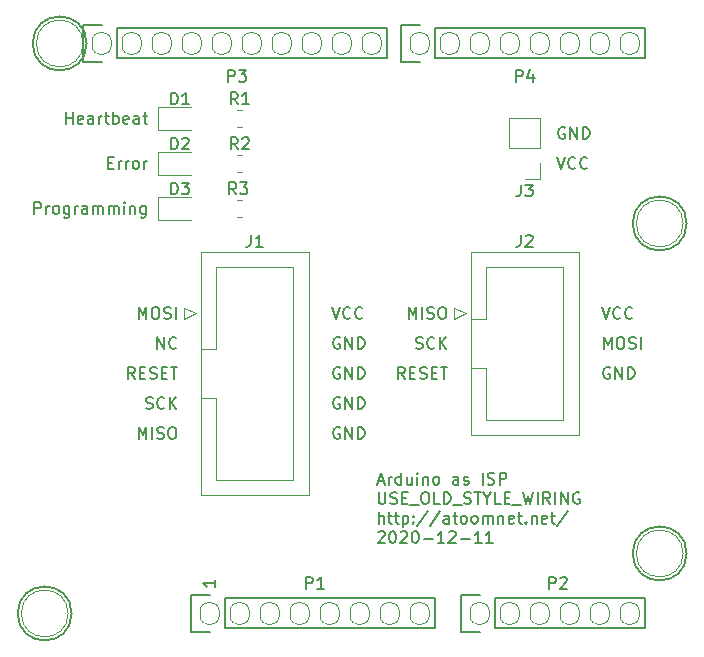
<source format=gbr>
G04 #@! TF.GenerationSoftware,KiCad,Pcbnew,(5.1.9)-1*
G04 #@! TF.CreationDate,2021-02-28T19:29:52+01:00*
G04 #@! TF.ProjectId,arduino as isp shield,61726475-696e-46f2-9061-732069737020,rev?*
G04 #@! TF.SameCoordinates,Original*
G04 #@! TF.FileFunction,Legend,Top*
G04 #@! TF.FilePolarity,Positive*
%FSLAX46Y46*%
G04 Gerber Fmt 4.6, Leading zero omitted, Abs format (unit mm)*
G04 Created by KiCad (PCBNEW (5.1.9)-1) date 2021-02-28 19:29:52*
%MOMM*%
%LPD*%
G01*
G04 APERTURE LIST*
%ADD10C,0.150000*%
%ADD11C,0.120000*%
%ADD12C,0.100000*%
G04 APERTURE END LIST*
D10*
X137860738Y-97877380D02*
X138194071Y-98877380D01*
X138527404Y-97877380D01*
X139432166Y-98782142D02*
X139384547Y-98829761D01*
X139241690Y-98877380D01*
X139146452Y-98877380D01*
X139003595Y-98829761D01*
X138908357Y-98734523D01*
X138860738Y-98639285D01*
X138813119Y-98448809D01*
X138813119Y-98305952D01*
X138860738Y-98115476D01*
X138908357Y-98020238D01*
X139003595Y-97925000D01*
X139146452Y-97877380D01*
X139241690Y-97877380D01*
X139384547Y-97925000D01*
X139432166Y-97972619D01*
X140432166Y-98782142D02*
X140384547Y-98829761D01*
X140241690Y-98877380D01*
X140146452Y-98877380D01*
X140003595Y-98829761D01*
X139908357Y-98734523D01*
X139860738Y-98639285D01*
X139813119Y-98448809D01*
X139813119Y-98305952D01*
X139860738Y-98115476D01*
X139908357Y-98020238D01*
X140003595Y-97925000D01*
X140146452Y-97877380D01*
X140241690Y-97877380D01*
X140384547Y-97925000D01*
X140432166Y-97972619D01*
X160720738Y-97877380D02*
X161054071Y-98877380D01*
X161387404Y-97877380D01*
X162292166Y-98782142D02*
X162244547Y-98829761D01*
X162101690Y-98877380D01*
X162006452Y-98877380D01*
X161863595Y-98829761D01*
X161768357Y-98734523D01*
X161720738Y-98639285D01*
X161673119Y-98448809D01*
X161673119Y-98305952D01*
X161720738Y-98115476D01*
X161768357Y-98020238D01*
X161863595Y-97925000D01*
X162006452Y-97877380D01*
X162101690Y-97877380D01*
X162244547Y-97925000D01*
X162292166Y-97972619D01*
X163292166Y-98782142D02*
X163244547Y-98829761D01*
X163101690Y-98877380D01*
X163006452Y-98877380D01*
X162863595Y-98829761D01*
X162768357Y-98734523D01*
X162720738Y-98639285D01*
X162673119Y-98448809D01*
X162673119Y-98305952D01*
X162720738Y-98115476D01*
X162768357Y-98020238D01*
X162863595Y-97925000D01*
X163006452Y-97877380D01*
X163101690Y-97877380D01*
X163244547Y-97925000D01*
X163292166Y-97972619D01*
X156910738Y-85177380D02*
X157244071Y-86177380D01*
X157577404Y-85177380D01*
X158482166Y-86082142D02*
X158434547Y-86129761D01*
X158291690Y-86177380D01*
X158196452Y-86177380D01*
X158053595Y-86129761D01*
X157958357Y-86034523D01*
X157910738Y-85939285D01*
X157863119Y-85748809D01*
X157863119Y-85605952D01*
X157910738Y-85415476D01*
X157958357Y-85320238D01*
X158053595Y-85225000D01*
X158196452Y-85177380D01*
X158291690Y-85177380D01*
X158434547Y-85225000D01*
X158482166Y-85272619D01*
X159482166Y-86082142D02*
X159434547Y-86129761D01*
X159291690Y-86177380D01*
X159196452Y-86177380D01*
X159053595Y-86129761D01*
X158958357Y-86034523D01*
X158910738Y-85939285D01*
X158863119Y-85748809D01*
X158863119Y-85605952D01*
X158910738Y-85415476D01*
X158958357Y-85320238D01*
X159053595Y-85225000D01*
X159196452Y-85177380D01*
X159291690Y-85177380D01*
X159434547Y-85225000D01*
X159482166Y-85272619D01*
X157577404Y-82685000D02*
X157482166Y-82637380D01*
X157339309Y-82637380D01*
X157196452Y-82685000D01*
X157101214Y-82780238D01*
X157053595Y-82875476D01*
X157005976Y-83065952D01*
X157005976Y-83208809D01*
X157053595Y-83399285D01*
X157101214Y-83494523D01*
X157196452Y-83589761D01*
X157339309Y-83637380D01*
X157434547Y-83637380D01*
X157577404Y-83589761D01*
X157625023Y-83542142D01*
X157625023Y-83208809D01*
X157434547Y-83208809D01*
X158053595Y-83637380D02*
X158053595Y-82637380D01*
X158625023Y-83637380D01*
X158625023Y-82637380D01*
X159101214Y-83637380D02*
X159101214Y-82637380D01*
X159339309Y-82637380D01*
X159482166Y-82685000D01*
X159577404Y-82780238D01*
X159625023Y-82875476D01*
X159672642Y-83065952D01*
X159672642Y-83208809D01*
X159625023Y-83399285D01*
X159577404Y-83494523D01*
X159482166Y-83589761D01*
X159339309Y-83637380D01*
X159101214Y-83637380D01*
X123060976Y-101417380D02*
X123060976Y-100417380D01*
X123632404Y-101417380D01*
X123632404Y-100417380D01*
X124680023Y-101322142D02*
X124632404Y-101369761D01*
X124489547Y-101417380D01*
X124394309Y-101417380D01*
X124251452Y-101369761D01*
X124156214Y-101274523D01*
X124108595Y-101179285D01*
X124060976Y-100988809D01*
X124060976Y-100845952D01*
X124108595Y-100655476D01*
X124156214Y-100560238D01*
X124251452Y-100465000D01*
X124394309Y-100417380D01*
X124489547Y-100417380D01*
X124632404Y-100465000D01*
X124680023Y-100512619D01*
X141765976Y-112626666D02*
X142242166Y-112626666D01*
X141670738Y-112912380D02*
X142004071Y-111912380D01*
X142337404Y-112912380D01*
X142670738Y-112912380D02*
X142670738Y-112245714D01*
X142670738Y-112436190D02*
X142718357Y-112340952D01*
X142765976Y-112293333D01*
X142861214Y-112245714D01*
X142956452Y-112245714D01*
X143718357Y-112912380D02*
X143718357Y-111912380D01*
X143718357Y-112864761D02*
X143623119Y-112912380D01*
X143432642Y-112912380D01*
X143337404Y-112864761D01*
X143289785Y-112817142D01*
X143242166Y-112721904D01*
X143242166Y-112436190D01*
X143289785Y-112340952D01*
X143337404Y-112293333D01*
X143432642Y-112245714D01*
X143623119Y-112245714D01*
X143718357Y-112293333D01*
X144623119Y-112245714D02*
X144623119Y-112912380D01*
X144194547Y-112245714D02*
X144194547Y-112769523D01*
X144242166Y-112864761D01*
X144337404Y-112912380D01*
X144480261Y-112912380D01*
X144575500Y-112864761D01*
X144623119Y-112817142D01*
X145099309Y-112912380D02*
X145099309Y-112245714D01*
X145099309Y-111912380D02*
X145051690Y-111960000D01*
X145099309Y-112007619D01*
X145146928Y-111960000D01*
X145099309Y-111912380D01*
X145099309Y-112007619D01*
X145575500Y-112245714D02*
X145575500Y-112912380D01*
X145575500Y-112340952D02*
X145623119Y-112293333D01*
X145718357Y-112245714D01*
X145861214Y-112245714D01*
X145956452Y-112293333D01*
X146004071Y-112388571D01*
X146004071Y-112912380D01*
X146623119Y-112912380D02*
X146527880Y-112864761D01*
X146480261Y-112817142D01*
X146432642Y-112721904D01*
X146432642Y-112436190D01*
X146480261Y-112340952D01*
X146527880Y-112293333D01*
X146623119Y-112245714D01*
X146765976Y-112245714D01*
X146861214Y-112293333D01*
X146908833Y-112340952D01*
X146956452Y-112436190D01*
X146956452Y-112721904D01*
X146908833Y-112817142D01*
X146861214Y-112864761D01*
X146765976Y-112912380D01*
X146623119Y-112912380D01*
X148575500Y-112912380D02*
X148575500Y-112388571D01*
X148527880Y-112293333D01*
X148432642Y-112245714D01*
X148242166Y-112245714D01*
X148146928Y-112293333D01*
X148575500Y-112864761D02*
X148480261Y-112912380D01*
X148242166Y-112912380D01*
X148146928Y-112864761D01*
X148099309Y-112769523D01*
X148099309Y-112674285D01*
X148146928Y-112579047D01*
X148242166Y-112531428D01*
X148480261Y-112531428D01*
X148575500Y-112483809D01*
X149004071Y-112864761D02*
X149099309Y-112912380D01*
X149289785Y-112912380D01*
X149385023Y-112864761D01*
X149432642Y-112769523D01*
X149432642Y-112721904D01*
X149385023Y-112626666D01*
X149289785Y-112579047D01*
X149146928Y-112579047D01*
X149051690Y-112531428D01*
X149004071Y-112436190D01*
X149004071Y-112388571D01*
X149051690Y-112293333D01*
X149146928Y-112245714D01*
X149289785Y-112245714D01*
X149385023Y-112293333D01*
X150623119Y-112912380D02*
X150623119Y-111912380D01*
X151051690Y-112864761D02*
X151194547Y-112912380D01*
X151432642Y-112912380D01*
X151527880Y-112864761D01*
X151575500Y-112817142D01*
X151623119Y-112721904D01*
X151623119Y-112626666D01*
X151575500Y-112531428D01*
X151527880Y-112483809D01*
X151432642Y-112436190D01*
X151242166Y-112388571D01*
X151146928Y-112340952D01*
X151099309Y-112293333D01*
X151051690Y-112198095D01*
X151051690Y-112102857D01*
X151099309Y-112007619D01*
X151146928Y-111960000D01*
X151242166Y-111912380D01*
X151480261Y-111912380D01*
X151623119Y-111960000D01*
X152051690Y-112912380D02*
X152051690Y-111912380D01*
X152432642Y-111912380D01*
X152527880Y-111960000D01*
X152575500Y-112007619D01*
X152623119Y-112102857D01*
X152623119Y-112245714D01*
X152575500Y-112340952D01*
X152527880Y-112388571D01*
X152432642Y-112436190D01*
X152051690Y-112436190D01*
X141813595Y-113562380D02*
X141813595Y-114371904D01*
X141861214Y-114467142D01*
X141908833Y-114514761D01*
X142004071Y-114562380D01*
X142194547Y-114562380D01*
X142289785Y-114514761D01*
X142337404Y-114467142D01*
X142385023Y-114371904D01*
X142385023Y-113562380D01*
X142813595Y-114514761D02*
X142956452Y-114562380D01*
X143194547Y-114562380D01*
X143289785Y-114514761D01*
X143337404Y-114467142D01*
X143385023Y-114371904D01*
X143385023Y-114276666D01*
X143337404Y-114181428D01*
X143289785Y-114133809D01*
X143194547Y-114086190D01*
X143004071Y-114038571D01*
X142908833Y-113990952D01*
X142861214Y-113943333D01*
X142813595Y-113848095D01*
X142813595Y-113752857D01*
X142861214Y-113657619D01*
X142908833Y-113610000D01*
X143004071Y-113562380D01*
X143242166Y-113562380D01*
X143385023Y-113610000D01*
X143813595Y-114038571D02*
X144146928Y-114038571D01*
X144289785Y-114562380D02*
X143813595Y-114562380D01*
X143813595Y-113562380D01*
X144289785Y-113562380D01*
X144480261Y-114657619D02*
X145242166Y-114657619D01*
X145670738Y-113562380D02*
X145861214Y-113562380D01*
X145956452Y-113610000D01*
X146051690Y-113705238D01*
X146099309Y-113895714D01*
X146099309Y-114229047D01*
X146051690Y-114419523D01*
X145956452Y-114514761D01*
X145861214Y-114562380D01*
X145670738Y-114562380D01*
X145575500Y-114514761D01*
X145480261Y-114419523D01*
X145432642Y-114229047D01*
X145432642Y-113895714D01*
X145480261Y-113705238D01*
X145575500Y-113610000D01*
X145670738Y-113562380D01*
X147004071Y-114562380D02*
X146527880Y-114562380D01*
X146527880Y-113562380D01*
X147337404Y-114562380D02*
X147337404Y-113562380D01*
X147575500Y-113562380D01*
X147718357Y-113610000D01*
X147813595Y-113705238D01*
X147861214Y-113800476D01*
X147908833Y-113990952D01*
X147908833Y-114133809D01*
X147861214Y-114324285D01*
X147813595Y-114419523D01*
X147718357Y-114514761D01*
X147575500Y-114562380D01*
X147337404Y-114562380D01*
X148099309Y-114657619D02*
X148861214Y-114657619D01*
X149051690Y-114514761D02*
X149194547Y-114562380D01*
X149432642Y-114562380D01*
X149527880Y-114514761D01*
X149575500Y-114467142D01*
X149623119Y-114371904D01*
X149623119Y-114276666D01*
X149575500Y-114181428D01*
X149527880Y-114133809D01*
X149432642Y-114086190D01*
X149242166Y-114038571D01*
X149146928Y-113990952D01*
X149099309Y-113943333D01*
X149051690Y-113848095D01*
X149051690Y-113752857D01*
X149099309Y-113657619D01*
X149146928Y-113610000D01*
X149242166Y-113562380D01*
X149480261Y-113562380D01*
X149623119Y-113610000D01*
X149908833Y-113562380D02*
X150480261Y-113562380D01*
X150194547Y-114562380D02*
X150194547Y-113562380D01*
X151004071Y-114086190D02*
X151004071Y-114562380D01*
X150670738Y-113562380D02*
X151004071Y-114086190D01*
X151337404Y-113562380D01*
X152146928Y-114562380D02*
X151670738Y-114562380D01*
X151670738Y-113562380D01*
X152480261Y-114038571D02*
X152813595Y-114038571D01*
X152956452Y-114562380D02*
X152480261Y-114562380D01*
X152480261Y-113562380D01*
X152956452Y-113562380D01*
X153146928Y-114657619D02*
X153908833Y-114657619D01*
X154051690Y-113562380D02*
X154289785Y-114562380D01*
X154480261Y-113848095D01*
X154670738Y-114562380D01*
X154908833Y-113562380D01*
X155289785Y-114562380D02*
X155289785Y-113562380D01*
X156337404Y-114562380D02*
X156004071Y-114086190D01*
X155765976Y-114562380D02*
X155765976Y-113562380D01*
X156146928Y-113562380D01*
X156242166Y-113610000D01*
X156289785Y-113657619D01*
X156337404Y-113752857D01*
X156337404Y-113895714D01*
X156289785Y-113990952D01*
X156242166Y-114038571D01*
X156146928Y-114086190D01*
X155765976Y-114086190D01*
X156765976Y-114562380D02*
X156765976Y-113562380D01*
X157242166Y-114562380D02*
X157242166Y-113562380D01*
X157813595Y-114562380D01*
X157813595Y-113562380D01*
X158813595Y-113610000D02*
X158718357Y-113562380D01*
X158575500Y-113562380D01*
X158432642Y-113610000D01*
X158337404Y-113705238D01*
X158289785Y-113800476D01*
X158242166Y-113990952D01*
X158242166Y-114133809D01*
X158289785Y-114324285D01*
X158337404Y-114419523D01*
X158432642Y-114514761D01*
X158575500Y-114562380D01*
X158670738Y-114562380D01*
X158813595Y-114514761D01*
X158861214Y-114467142D01*
X158861214Y-114133809D01*
X158670738Y-114133809D01*
X141813595Y-116212380D02*
X141813595Y-115212380D01*
X142242166Y-116212380D02*
X142242166Y-115688571D01*
X142194547Y-115593333D01*
X142099309Y-115545714D01*
X141956452Y-115545714D01*
X141861214Y-115593333D01*
X141813595Y-115640952D01*
X142575500Y-115545714D02*
X142956452Y-115545714D01*
X142718357Y-115212380D02*
X142718357Y-116069523D01*
X142765976Y-116164761D01*
X142861214Y-116212380D01*
X142956452Y-116212380D01*
X143146928Y-115545714D02*
X143527880Y-115545714D01*
X143289785Y-115212380D02*
X143289785Y-116069523D01*
X143337404Y-116164761D01*
X143432642Y-116212380D01*
X143527880Y-116212380D01*
X143861214Y-115545714D02*
X143861214Y-116545714D01*
X143861214Y-115593333D02*
X143956452Y-115545714D01*
X144146928Y-115545714D01*
X144242166Y-115593333D01*
X144289785Y-115640952D01*
X144337404Y-115736190D01*
X144337404Y-116021904D01*
X144289785Y-116117142D01*
X144242166Y-116164761D01*
X144146928Y-116212380D01*
X143956452Y-116212380D01*
X143861214Y-116164761D01*
X144765976Y-116117142D02*
X144813595Y-116164761D01*
X144765976Y-116212380D01*
X144718357Y-116164761D01*
X144765976Y-116117142D01*
X144765976Y-116212380D01*
X144765976Y-115593333D02*
X144813595Y-115640952D01*
X144765976Y-115688571D01*
X144718357Y-115640952D01*
X144765976Y-115593333D01*
X144765976Y-115688571D01*
X145956452Y-115164761D02*
X145099309Y-116450476D01*
X147004071Y-115164761D02*
X146146928Y-116450476D01*
X147765976Y-116212380D02*
X147765976Y-115688571D01*
X147718357Y-115593333D01*
X147623119Y-115545714D01*
X147432642Y-115545714D01*
X147337404Y-115593333D01*
X147765976Y-116164761D02*
X147670738Y-116212380D01*
X147432642Y-116212380D01*
X147337404Y-116164761D01*
X147289785Y-116069523D01*
X147289785Y-115974285D01*
X147337404Y-115879047D01*
X147432642Y-115831428D01*
X147670738Y-115831428D01*
X147765976Y-115783809D01*
X148099309Y-115545714D02*
X148480261Y-115545714D01*
X148242166Y-115212380D02*
X148242166Y-116069523D01*
X148289785Y-116164761D01*
X148385023Y-116212380D01*
X148480261Y-116212380D01*
X148956452Y-116212380D02*
X148861214Y-116164761D01*
X148813595Y-116117142D01*
X148765976Y-116021904D01*
X148765976Y-115736190D01*
X148813595Y-115640952D01*
X148861214Y-115593333D01*
X148956452Y-115545714D01*
X149099309Y-115545714D01*
X149194547Y-115593333D01*
X149242166Y-115640952D01*
X149289785Y-115736190D01*
X149289785Y-116021904D01*
X149242166Y-116117142D01*
X149194547Y-116164761D01*
X149099309Y-116212380D01*
X148956452Y-116212380D01*
X149861214Y-116212380D02*
X149765976Y-116164761D01*
X149718357Y-116117142D01*
X149670738Y-116021904D01*
X149670738Y-115736190D01*
X149718357Y-115640952D01*
X149765976Y-115593333D01*
X149861214Y-115545714D01*
X150004071Y-115545714D01*
X150099309Y-115593333D01*
X150146928Y-115640952D01*
X150194547Y-115736190D01*
X150194547Y-116021904D01*
X150146928Y-116117142D01*
X150099309Y-116164761D01*
X150004071Y-116212380D01*
X149861214Y-116212380D01*
X150623119Y-116212380D02*
X150623119Y-115545714D01*
X150623119Y-115640952D02*
X150670738Y-115593333D01*
X150765976Y-115545714D01*
X150908833Y-115545714D01*
X151004071Y-115593333D01*
X151051690Y-115688571D01*
X151051690Y-116212380D01*
X151051690Y-115688571D02*
X151099309Y-115593333D01*
X151194547Y-115545714D01*
X151337404Y-115545714D01*
X151432642Y-115593333D01*
X151480261Y-115688571D01*
X151480261Y-116212380D01*
X151956452Y-115545714D02*
X151956452Y-116212380D01*
X151956452Y-115640952D02*
X152004071Y-115593333D01*
X152099309Y-115545714D01*
X152242166Y-115545714D01*
X152337404Y-115593333D01*
X152385023Y-115688571D01*
X152385023Y-116212380D01*
X153242166Y-116164761D02*
X153146928Y-116212380D01*
X152956452Y-116212380D01*
X152861214Y-116164761D01*
X152813595Y-116069523D01*
X152813595Y-115688571D01*
X152861214Y-115593333D01*
X152956452Y-115545714D01*
X153146928Y-115545714D01*
X153242166Y-115593333D01*
X153289785Y-115688571D01*
X153289785Y-115783809D01*
X152813595Y-115879047D01*
X153575500Y-115545714D02*
X153956452Y-115545714D01*
X153718357Y-115212380D02*
X153718357Y-116069523D01*
X153765976Y-116164761D01*
X153861214Y-116212380D01*
X153956452Y-116212380D01*
X154289785Y-116117142D02*
X154337404Y-116164761D01*
X154289785Y-116212380D01*
X154242166Y-116164761D01*
X154289785Y-116117142D01*
X154289785Y-116212380D01*
X154765976Y-115545714D02*
X154765976Y-116212380D01*
X154765976Y-115640952D02*
X154813595Y-115593333D01*
X154908833Y-115545714D01*
X155051690Y-115545714D01*
X155146928Y-115593333D01*
X155194547Y-115688571D01*
X155194547Y-116212380D01*
X156051690Y-116164761D02*
X155956452Y-116212380D01*
X155765976Y-116212380D01*
X155670738Y-116164761D01*
X155623119Y-116069523D01*
X155623119Y-115688571D01*
X155670738Y-115593333D01*
X155765976Y-115545714D01*
X155956452Y-115545714D01*
X156051690Y-115593333D01*
X156099309Y-115688571D01*
X156099309Y-115783809D01*
X155623119Y-115879047D01*
X156385023Y-115545714D02*
X156765976Y-115545714D01*
X156527880Y-115212380D02*
X156527880Y-116069523D01*
X156575500Y-116164761D01*
X156670738Y-116212380D01*
X156765976Y-116212380D01*
X157813595Y-115164761D02*
X156956452Y-116450476D01*
X141765976Y-116957619D02*
X141813595Y-116910000D01*
X141908833Y-116862380D01*
X142146928Y-116862380D01*
X142242166Y-116910000D01*
X142289785Y-116957619D01*
X142337404Y-117052857D01*
X142337404Y-117148095D01*
X142289785Y-117290952D01*
X141718357Y-117862380D01*
X142337404Y-117862380D01*
X142956452Y-116862380D02*
X143051690Y-116862380D01*
X143146928Y-116910000D01*
X143194547Y-116957619D01*
X143242166Y-117052857D01*
X143289785Y-117243333D01*
X143289785Y-117481428D01*
X143242166Y-117671904D01*
X143194547Y-117767142D01*
X143146928Y-117814761D01*
X143051690Y-117862380D01*
X142956452Y-117862380D01*
X142861214Y-117814761D01*
X142813595Y-117767142D01*
X142765976Y-117671904D01*
X142718357Y-117481428D01*
X142718357Y-117243333D01*
X142765976Y-117052857D01*
X142813595Y-116957619D01*
X142861214Y-116910000D01*
X142956452Y-116862380D01*
X143670738Y-116957619D02*
X143718357Y-116910000D01*
X143813595Y-116862380D01*
X144051690Y-116862380D01*
X144146928Y-116910000D01*
X144194547Y-116957619D01*
X144242166Y-117052857D01*
X144242166Y-117148095D01*
X144194547Y-117290952D01*
X143623119Y-117862380D01*
X144242166Y-117862380D01*
X144861214Y-116862380D02*
X144956452Y-116862380D01*
X145051690Y-116910000D01*
X145099309Y-116957619D01*
X145146928Y-117052857D01*
X145194547Y-117243333D01*
X145194547Y-117481428D01*
X145146928Y-117671904D01*
X145099309Y-117767142D01*
X145051690Y-117814761D01*
X144956452Y-117862380D01*
X144861214Y-117862380D01*
X144765976Y-117814761D01*
X144718357Y-117767142D01*
X144670738Y-117671904D01*
X144623119Y-117481428D01*
X144623119Y-117243333D01*
X144670738Y-117052857D01*
X144718357Y-116957619D01*
X144765976Y-116910000D01*
X144861214Y-116862380D01*
X145623119Y-117481428D02*
X146385023Y-117481428D01*
X147385023Y-117862380D02*
X146813595Y-117862380D01*
X147099309Y-117862380D02*
X147099309Y-116862380D01*
X147004071Y-117005238D01*
X146908833Y-117100476D01*
X146813595Y-117148095D01*
X147765976Y-116957619D02*
X147813595Y-116910000D01*
X147908833Y-116862380D01*
X148146928Y-116862380D01*
X148242166Y-116910000D01*
X148289785Y-116957619D01*
X148337404Y-117052857D01*
X148337404Y-117148095D01*
X148289785Y-117290952D01*
X147718357Y-117862380D01*
X148337404Y-117862380D01*
X148765976Y-117481428D02*
X149527880Y-117481428D01*
X150527880Y-117862380D02*
X149956452Y-117862380D01*
X150242166Y-117862380D02*
X150242166Y-116862380D01*
X150146928Y-117005238D01*
X150051690Y-117100476D01*
X149956452Y-117148095D01*
X151480261Y-117862380D02*
X150908833Y-117862380D01*
X151194547Y-117862380D02*
X151194547Y-116862380D01*
X151099309Y-117005238D01*
X151004071Y-117100476D01*
X150908833Y-117148095D01*
X144349547Y-98877380D02*
X144349547Y-97877380D01*
X144682880Y-98591666D01*
X145016214Y-97877380D01*
X145016214Y-98877380D01*
X145492404Y-98877380D02*
X145492404Y-97877380D01*
X145920976Y-98829761D02*
X146063833Y-98877380D01*
X146301928Y-98877380D01*
X146397166Y-98829761D01*
X146444785Y-98782142D01*
X146492404Y-98686904D01*
X146492404Y-98591666D01*
X146444785Y-98496428D01*
X146397166Y-98448809D01*
X146301928Y-98401190D01*
X146111452Y-98353571D01*
X146016214Y-98305952D01*
X145968595Y-98258333D01*
X145920976Y-98163095D01*
X145920976Y-98067857D01*
X145968595Y-97972619D01*
X146016214Y-97925000D01*
X146111452Y-97877380D01*
X146349547Y-97877380D01*
X146492404Y-97925000D01*
X147111452Y-97877380D02*
X147301928Y-97877380D01*
X147397166Y-97925000D01*
X147492404Y-98020238D01*
X147540023Y-98210714D01*
X147540023Y-98544047D01*
X147492404Y-98734523D01*
X147397166Y-98829761D01*
X147301928Y-98877380D01*
X147111452Y-98877380D01*
X147016214Y-98829761D01*
X146920976Y-98734523D01*
X146873357Y-98544047D01*
X146873357Y-98210714D01*
X146920976Y-98020238D01*
X147016214Y-97925000D01*
X147111452Y-97877380D01*
X144016214Y-103957380D02*
X143682880Y-103481190D01*
X143444785Y-103957380D02*
X143444785Y-102957380D01*
X143825738Y-102957380D01*
X143920976Y-103005000D01*
X143968595Y-103052619D01*
X144016214Y-103147857D01*
X144016214Y-103290714D01*
X143968595Y-103385952D01*
X143920976Y-103433571D01*
X143825738Y-103481190D01*
X143444785Y-103481190D01*
X144444785Y-103433571D02*
X144778119Y-103433571D01*
X144920976Y-103957380D02*
X144444785Y-103957380D01*
X144444785Y-102957380D01*
X144920976Y-102957380D01*
X145301928Y-103909761D02*
X145444785Y-103957380D01*
X145682880Y-103957380D01*
X145778119Y-103909761D01*
X145825738Y-103862142D01*
X145873357Y-103766904D01*
X145873357Y-103671666D01*
X145825738Y-103576428D01*
X145778119Y-103528809D01*
X145682880Y-103481190D01*
X145492404Y-103433571D01*
X145397166Y-103385952D01*
X145349547Y-103338333D01*
X145301928Y-103243095D01*
X145301928Y-103147857D01*
X145349547Y-103052619D01*
X145397166Y-103005000D01*
X145492404Y-102957380D01*
X145730500Y-102957380D01*
X145873357Y-103005000D01*
X146301928Y-103433571D02*
X146635261Y-103433571D01*
X146778119Y-103957380D02*
X146301928Y-103957380D01*
X146301928Y-102957380D01*
X146778119Y-102957380D01*
X147063833Y-102957380D02*
X147635261Y-102957380D01*
X147349547Y-103957380D02*
X147349547Y-102957380D01*
X144968595Y-101369761D02*
X145111452Y-101417380D01*
X145349547Y-101417380D01*
X145444785Y-101369761D01*
X145492404Y-101322142D01*
X145540023Y-101226904D01*
X145540023Y-101131666D01*
X145492404Y-101036428D01*
X145444785Y-100988809D01*
X145349547Y-100941190D01*
X145159071Y-100893571D01*
X145063833Y-100845952D01*
X145016214Y-100798333D01*
X144968595Y-100703095D01*
X144968595Y-100607857D01*
X145016214Y-100512619D01*
X145063833Y-100465000D01*
X145159071Y-100417380D01*
X145397166Y-100417380D01*
X145540023Y-100465000D01*
X146540023Y-101322142D02*
X146492404Y-101369761D01*
X146349547Y-101417380D01*
X146254309Y-101417380D01*
X146111452Y-101369761D01*
X146016214Y-101274523D01*
X145968595Y-101179285D01*
X145920976Y-100988809D01*
X145920976Y-100845952D01*
X145968595Y-100655476D01*
X146016214Y-100560238D01*
X146111452Y-100465000D01*
X146254309Y-100417380D01*
X146349547Y-100417380D01*
X146492404Y-100465000D01*
X146540023Y-100512619D01*
X146968595Y-101417380D02*
X146968595Y-100417380D01*
X147540023Y-101417380D02*
X147111452Y-100845952D01*
X147540023Y-100417380D02*
X146968595Y-100988809D01*
X138527404Y-100465000D02*
X138432166Y-100417380D01*
X138289309Y-100417380D01*
X138146452Y-100465000D01*
X138051214Y-100560238D01*
X138003595Y-100655476D01*
X137955976Y-100845952D01*
X137955976Y-100988809D01*
X138003595Y-101179285D01*
X138051214Y-101274523D01*
X138146452Y-101369761D01*
X138289309Y-101417380D01*
X138384547Y-101417380D01*
X138527404Y-101369761D01*
X138575023Y-101322142D01*
X138575023Y-100988809D01*
X138384547Y-100988809D01*
X139003595Y-101417380D02*
X139003595Y-100417380D01*
X139575023Y-101417380D01*
X139575023Y-100417380D01*
X140051214Y-101417380D02*
X140051214Y-100417380D01*
X140289309Y-100417380D01*
X140432166Y-100465000D01*
X140527404Y-100560238D01*
X140575023Y-100655476D01*
X140622642Y-100845952D01*
X140622642Y-100988809D01*
X140575023Y-101179285D01*
X140527404Y-101274523D01*
X140432166Y-101369761D01*
X140289309Y-101417380D01*
X140051214Y-101417380D01*
X138527404Y-103005000D02*
X138432166Y-102957380D01*
X138289309Y-102957380D01*
X138146452Y-103005000D01*
X138051214Y-103100238D01*
X138003595Y-103195476D01*
X137955976Y-103385952D01*
X137955976Y-103528809D01*
X138003595Y-103719285D01*
X138051214Y-103814523D01*
X138146452Y-103909761D01*
X138289309Y-103957380D01*
X138384547Y-103957380D01*
X138527404Y-103909761D01*
X138575023Y-103862142D01*
X138575023Y-103528809D01*
X138384547Y-103528809D01*
X139003595Y-103957380D02*
X139003595Y-102957380D01*
X139575023Y-103957380D01*
X139575023Y-102957380D01*
X140051214Y-103957380D02*
X140051214Y-102957380D01*
X140289309Y-102957380D01*
X140432166Y-103005000D01*
X140527404Y-103100238D01*
X140575023Y-103195476D01*
X140622642Y-103385952D01*
X140622642Y-103528809D01*
X140575023Y-103719285D01*
X140527404Y-103814523D01*
X140432166Y-103909761D01*
X140289309Y-103957380D01*
X140051214Y-103957380D01*
X138527404Y-105545000D02*
X138432166Y-105497380D01*
X138289309Y-105497380D01*
X138146452Y-105545000D01*
X138051214Y-105640238D01*
X138003595Y-105735476D01*
X137955976Y-105925952D01*
X137955976Y-106068809D01*
X138003595Y-106259285D01*
X138051214Y-106354523D01*
X138146452Y-106449761D01*
X138289309Y-106497380D01*
X138384547Y-106497380D01*
X138527404Y-106449761D01*
X138575023Y-106402142D01*
X138575023Y-106068809D01*
X138384547Y-106068809D01*
X139003595Y-106497380D02*
X139003595Y-105497380D01*
X139575023Y-106497380D01*
X139575023Y-105497380D01*
X140051214Y-106497380D02*
X140051214Y-105497380D01*
X140289309Y-105497380D01*
X140432166Y-105545000D01*
X140527404Y-105640238D01*
X140575023Y-105735476D01*
X140622642Y-105925952D01*
X140622642Y-106068809D01*
X140575023Y-106259285D01*
X140527404Y-106354523D01*
X140432166Y-106449761D01*
X140289309Y-106497380D01*
X140051214Y-106497380D01*
X138527404Y-108085000D02*
X138432166Y-108037380D01*
X138289309Y-108037380D01*
X138146452Y-108085000D01*
X138051214Y-108180238D01*
X138003595Y-108275476D01*
X137955976Y-108465952D01*
X137955976Y-108608809D01*
X138003595Y-108799285D01*
X138051214Y-108894523D01*
X138146452Y-108989761D01*
X138289309Y-109037380D01*
X138384547Y-109037380D01*
X138527404Y-108989761D01*
X138575023Y-108942142D01*
X138575023Y-108608809D01*
X138384547Y-108608809D01*
X139003595Y-109037380D02*
X139003595Y-108037380D01*
X139575023Y-109037380D01*
X139575023Y-108037380D01*
X140051214Y-109037380D02*
X140051214Y-108037380D01*
X140289309Y-108037380D01*
X140432166Y-108085000D01*
X140527404Y-108180238D01*
X140575023Y-108275476D01*
X140622642Y-108465952D01*
X140622642Y-108608809D01*
X140575023Y-108799285D01*
X140527404Y-108894523D01*
X140432166Y-108989761D01*
X140289309Y-109037380D01*
X140051214Y-109037380D01*
X121489547Y-109037380D02*
X121489547Y-108037380D01*
X121822880Y-108751666D01*
X122156214Y-108037380D01*
X122156214Y-109037380D01*
X122632404Y-109037380D02*
X122632404Y-108037380D01*
X123060976Y-108989761D02*
X123203833Y-109037380D01*
X123441928Y-109037380D01*
X123537166Y-108989761D01*
X123584785Y-108942142D01*
X123632404Y-108846904D01*
X123632404Y-108751666D01*
X123584785Y-108656428D01*
X123537166Y-108608809D01*
X123441928Y-108561190D01*
X123251452Y-108513571D01*
X123156214Y-108465952D01*
X123108595Y-108418333D01*
X123060976Y-108323095D01*
X123060976Y-108227857D01*
X123108595Y-108132619D01*
X123156214Y-108085000D01*
X123251452Y-108037380D01*
X123489547Y-108037380D01*
X123632404Y-108085000D01*
X124251452Y-108037380D02*
X124441928Y-108037380D01*
X124537166Y-108085000D01*
X124632404Y-108180238D01*
X124680023Y-108370714D01*
X124680023Y-108704047D01*
X124632404Y-108894523D01*
X124537166Y-108989761D01*
X124441928Y-109037380D01*
X124251452Y-109037380D01*
X124156214Y-108989761D01*
X124060976Y-108894523D01*
X124013357Y-108704047D01*
X124013357Y-108370714D01*
X124060976Y-108180238D01*
X124156214Y-108085000D01*
X124251452Y-108037380D01*
X122108595Y-106449761D02*
X122251452Y-106497380D01*
X122489547Y-106497380D01*
X122584785Y-106449761D01*
X122632404Y-106402142D01*
X122680023Y-106306904D01*
X122680023Y-106211666D01*
X122632404Y-106116428D01*
X122584785Y-106068809D01*
X122489547Y-106021190D01*
X122299071Y-105973571D01*
X122203833Y-105925952D01*
X122156214Y-105878333D01*
X122108595Y-105783095D01*
X122108595Y-105687857D01*
X122156214Y-105592619D01*
X122203833Y-105545000D01*
X122299071Y-105497380D01*
X122537166Y-105497380D01*
X122680023Y-105545000D01*
X123680023Y-106402142D02*
X123632404Y-106449761D01*
X123489547Y-106497380D01*
X123394309Y-106497380D01*
X123251452Y-106449761D01*
X123156214Y-106354523D01*
X123108595Y-106259285D01*
X123060976Y-106068809D01*
X123060976Y-105925952D01*
X123108595Y-105735476D01*
X123156214Y-105640238D01*
X123251452Y-105545000D01*
X123394309Y-105497380D01*
X123489547Y-105497380D01*
X123632404Y-105545000D01*
X123680023Y-105592619D01*
X124108595Y-106497380D02*
X124108595Y-105497380D01*
X124680023Y-106497380D02*
X124251452Y-105925952D01*
X124680023Y-105497380D02*
X124108595Y-106068809D01*
X121156214Y-103957380D02*
X120822880Y-103481190D01*
X120584785Y-103957380D02*
X120584785Y-102957380D01*
X120965738Y-102957380D01*
X121060976Y-103005000D01*
X121108595Y-103052619D01*
X121156214Y-103147857D01*
X121156214Y-103290714D01*
X121108595Y-103385952D01*
X121060976Y-103433571D01*
X120965738Y-103481190D01*
X120584785Y-103481190D01*
X121584785Y-103433571D02*
X121918119Y-103433571D01*
X122060976Y-103957380D02*
X121584785Y-103957380D01*
X121584785Y-102957380D01*
X122060976Y-102957380D01*
X122441928Y-103909761D02*
X122584785Y-103957380D01*
X122822880Y-103957380D01*
X122918119Y-103909761D01*
X122965738Y-103862142D01*
X123013357Y-103766904D01*
X123013357Y-103671666D01*
X122965738Y-103576428D01*
X122918119Y-103528809D01*
X122822880Y-103481190D01*
X122632404Y-103433571D01*
X122537166Y-103385952D01*
X122489547Y-103338333D01*
X122441928Y-103243095D01*
X122441928Y-103147857D01*
X122489547Y-103052619D01*
X122537166Y-103005000D01*
X122632404Y-102957380D01*
X122870500Y-102957380D01*
X123013357Y-103005000D01*
X123441928Y-103433571D02*
X123775261Y-103433571D01*
X123918119Y-103957380D02*
X123441928Y-103957380D01*
X123441928Y-102957380D01*
X123918119Y-102957380D01*
X124203833Y-102957380D02*
X124775261Y-102957380D01*
X124489547Y-103957380D02*
X124489547Y-102957380D01*
X161387404Y-103005000D02*
X161292166Y-102957380D01*
X161149309Y-102957380D01*
X161006452Y-103005000D01*
X160911214Y-103100238D01*
X160863595Y-103195476D01*
X160815976Y-103385952D01*
X160815976Y-103528809D01*
X160863595Y-103719285D01*
X160911214Y-103814523D01*
X161006452Y-103909761D01*
X161149309Y-103957380D01*
X161244547Y-103957380D01*
X161387404Y-103909761D01*
X161435023Y-103862142D01*
X161435023Y-103528809D01*
X161244547Y-103528809D01*
X161863595Y-103957380D02*
X161863595Y-102957380D01*
X162435023Y-103957380D01*
X162435023Y-102957380D01*
X162911214Y-103957380D02*
X162911214Y-102957380D01*
X163149309Y-102957380D01*
X163292166Y-103005000D01*
X163387404Y-103100238D01*
X163435023Y-103195476D01*
X163482642Y-103385952D01*
X163482642Y-103528809D01*
X163435023Y-103719285D01*
X163387404Y-103814523D01*
X163292166Y-103909761D01*
X163149309Y-103957380D01*
X162911214Y-103957380D01*
X160863595Y-101417380D02*
X160863595Y-100417380D01*
X161196928Y-101131666D01*
X161530261Y-100417380D01*
X161530261Y-101417380D01*
X162196928Y-100417380D02*
X162387404Y-100417380D01*
X162482642Y-100465000D01*
X162577880Y-100560238D01*
X162625500Y-100750714D01*
X162625500Y-101084047D01*
X162577880Y-101274523D01*
X162482642Y-101369761D01*
X162387404Y-101417380D01*
X162196928Y-101417380D01*
X162101690Y-101369761D01*
X162006452Y-101274523D01*
X161958833Y-101084047D01*
X161958833Y-100750714D01*
X162006452Y-100560238D01*
X162101690Y-100465000D01*
X162196928Y-100417380D01*
X163006452Y-101369761D02*
X163149309Y-101417380D01*
X163387404Y-101417380D01*
X163482642Y-101369761D01*
X163530261Y-101322142D01*
X163577880Y-101226904D01*
X163577880Y-101131666D01*
X163530261Y-101036428D01*
X163482642Y-100988809D01*
X163387404Y-100941190D01*
X163196928Y-100893571D01*
X163101690Y-100845952D01*
X163054071Y-100798333D01*
X163006452Y-100703095D01*
X163006452Y-100607857D01*
X163054071Y-100512619D01*
X163101690Y-100465000D01*
X163196928Y-100417380D01*
X163435023Y-100417380D01*
X163577880Y-100465000D01*
X164006452Y-101417380D02*
X164006452Y-100417380D01*
X121489547Y-98877380D02*
X121489547Y-97877380D01*
X121822880Y-98591666D01*
X122156214Y-97877380D01*
X122156214Y-98877380D01*
X122822880Y-97877380D02*
X123013357Y-97877380D01*
X123108595Y-97925000D01*
X123203833Y-98020238D01*
X123251452Y-98210714D01*
X123251452Y-98544047D01*
X123203833Y-98734523D01*
X123108595Y-98829761D01*
X123013357Y-98877380D01*
X122822880Y-98877380D01*
X122727642Y-98829761D01*
X122632404Y-98734523D01*
X122584785Y-98544047D01*
X122584785Y-98210714D01*
X122632404Y-98020238D01*
X122727642Y-97925000D01*
X122822880Y-97877380D01*
X123632404Y-98829761D02*
X123775261Y-98877380D01*
X124013357Y-98877380D01*
X124108595Y-98829761D01*
X124156214Y-98782142D01*
X124203833Y-98686904D01*
X124203833Y-98591666D01*
X124156214Y-98496428D01*
X124108595Y-98448809D01*
X124013357Y-98401190D01*
X123822880Y-98353571D01*
X123727642Y-98305952D01*
X123680023Y-98258333D01*
X123632404Y-98163095D01*
X123632404Y-98067857D01*
X123680023Y-97972619D01*
X123727642Y-97925000D01*
X123822880Y-97877380D01*
X124060976Y-97877380D01*
X124203833Y-97925000D01*
X124632404Y-98877380D02*
X124632404Y-97877380D01*
X112663833Y-89987380D02*
X112663833Y-88987380D01*
X113044785Y-88987380D01*
X113140023Y-89035000D01*
X113187642Y-89082619D01*
X113235261Y-89177857D01*
X113235261Y-89320714D01*
X113187642Y-89415952D01*
X113140023Y-89463571D01*
X113044785Y-89511190D01*
X112663833Y-89511190D01*
X113663833Y-89987380D02*
X113663833Y-89320714D01*
X113663833Y-89511190D02*
X113711452Y-89415952D01*
X113759071Y-89368333D01*
X113854309Y-89320714D01*
X113949547Y-89320714D01*
X114425738Y-89987380D02*
X114330500Y-89939761D01*
X114282880Y-89892142D01*
X114235261Y-89796904D01*
X114235261Y-89511190D01*
X114282880Y-89415952D01*
X114330500Y-89368333D01*
X114425738Y-89320714D01*
X114568595Y-89320714D01*
X114663833Y-89368333D01*
X114711452Y-89415952D01*
X114759071Y-89511190D01*
X114759071Y-89796904D01*
X114711452Y-89892142D01*
X114663833Y-89939761D01*
X114568595Y-89987380D01*
X114425738Y-89987380D01*
X115616214Y-89320714D02*
X115616214Y-90130238D01*
X115568595Y-90225476D01*
X115520976Y-90273095D01*
X115425738Y-90320714D01*
X115282880Y-90320714D01*
X115187642Y-90273095D01*
X115616214Y-89939761D02*
X115520976Y-89987380D01*
X115330500Y-89987380D01*
X115235261Y-89939761D01*
X115187642Y-89892142D01*
X115140023Y-89796904D01*
X115140023Y-89511190D01*
X115187642Y-89415952D01*
X115235261Y-89368333D01*
X115330500Y-89320714D01*
X115520976Y-89320714D01*
X115616214Y-89368333D01*
X116092404Y-89987380D02*
X116092404Y-89320714D01*
X116092404Y-89511190D02*
X116140023Y-89415952D01*
X116187642Y-89368333D01*
X116282880Y-89320714D01*
X116378119Y-89320714D01*
X117140023Y-89987380D02*
X117140023Y-89463571D01*
X117092404Y-89368333D01*
X116997166Y-89320714D01*
X116806690Y-89320714D01*
X116711452Y-89368333D01*
X117140023Y-89939761D02*
X117044785Y-89987380D01*
X116806690Y-89987380D01*
X116711452Y-89939761D01*
X116663833Y-89844523D01*
X116663833Y-89749285D01*
X116711452Y-89654047D01*
X116806690Y-89606428D01*
X117044785Y-89606428D01*
X117140023Y-89558809D01*
X117616214Y-89987380D02*
X117616214Y-89320714D01*
X117616214Y-89415952D02*
X117663833Y-89368333D01*
X117759071Y-89320714D01*
X117901928Y-89320714D01*
X117997166Y-89368333D01*
X118044785Y-89463571D01*
X118044785Y-89987380D01*
X118044785Y-89463571D02*
X118092404Y-89368333D01*
X118187642Y-89320714D01*
X118330500Y-89320714D01*
X118425738Y-89368333D01*
X118473357Y-89463571D01*
X118473357Y-89987380D01*
X118949547Y-89987380D02*
X118949547Y-89320714D01*
X118949547Y-89415952D02*
X118997166Y-89368333D01*
X119092404Y-89320714D01*
X119235261Y-89320714D01*
X119330500Y-89368333D01*
X119378119Y-89463571D01*
X119378119Y-89987380D01*
X119378119Y-89463571D02*
X119425738Y-89368333D01*
X119520976Y-89320714D01*
X119663833Y-89320714D01*
X119759071Y-89368333D01*
X119806690Y-89463571D01*
X119806690Y-89987380D01*
X120282880Y-89987380D02*
X120282880Y-89320714D01*
X120282880Y-88987380D02*
X120235261Y-89035000D01*
X120282880Y-89082619D01*
X120330500Y-89035000D01*
X120282880Y-88987380D01*
X120282880Y-89082619D01*
X120759071Y-89320714D02*
X120759071Y-89987380D01*
X120759071Y-89415952D02*
X120806690Y-89368333D01*
X120901928Y-89320714D01*
X121044785Y-89320714D01*
X121140023Y-89368333D01*
X121187642Y-89463571D01*
X121187642Y-89987380D01*
X122092404Y-89320714D02*
X122092404Y-90130238D01*
X122044785Y-90225476D01*
X121997166Y-90273095D01*
X121901928Y-90320714D01*
X121759071Y-90320714D01*
X121663833Y-90273095D01*
X122092404Y-89939761D02*
X121997166Y-89987380D01*
X121806690Y-89987380D01*
X121711452Y-89939761D01*
X121663833Y-89892142D01*
X121616214Y-89796904D01*
X121616214Y-89511190D01*
X121663833Y-89415952D01*
X121711452Y-89368333D01*
X121806690Y-89320714D01*
X121997166Y-89320714D01*
X122092404Y-89368333D01*
X118901928Y-85653571D02*
X119235261Y-85653571D01*
X119378119Y-86177380D02*
X118901928Y-86177380D01*
X118901928Y-85177380D01*
X119378119Y-85177380D01*
X119806690Y-86177380D02*
X119806690Y-85510714D01*
X119806690Y-85701190D02*
X119854309Y-85605952D01*
X119901928Y-85558333D01*
X119997166Y-85510714D01*
X120092404Y-85510714D01*
X120425738Y-86177380D02*
X120425738Y-85510714D01*
X120425738Y-85701190D02*
X120473357Y-85605952D01*
X120520976Y-85558333D01*
X120616214Y-85510714D01*
X120711452Y-85510714D01*
X121187642Y-86177380D02*
X121092404Y-86129761D01*
X121044785Y-86082142D01*
X120997166Y-85986904D01*
X120997166Y-85701190D01*
X121044785Y-85605952D01*
X121092404Y-85558333D01*
X121187642Y-85510714D01*
X121330500Y-85510714D01*
X121425738Y-85558333D01*
X121473357Y-85605952D01*
X121520976Y-85701190D01*
X121520976Y-85986904D01*
X121473357Y-86082142D01*
X121425738Y-86129761D01*
X121330500Y-86177380D01*
X121187642Y-86177380D01*
X121949547Y-86177380D02*
X121949547Y-85510714D01*
X121949547Y-85701190D02*
X121997166Y-85605952D01*
X122044785Y-85558333D01*
X122140023Y-85510714D01*
X122235261Y-85510714D01*
X115330500Y-82367380D02*
X115330500Y-81367380D01*
X115330500Y-81843571D02*
X115901928Y-81843571D01*
X115901928Y-82367380D02*
X115901928Y-81367380D01*
X116759071Y-82319761D02*
X116663833Y-82367380D01*
X116473357Y-82367380D01*
X116378119Y-82319761D01*
X116330500Y-82224523D01*
X116330500Y-81843571D01*
X116378119Y-81748333D01*
X116473357Y-81700714D01*
X116663833Y-81700714D01*
X116759071Y-81748333D01*
X116806690Y-81843571D01*
X116806690Y-81938809D01*
X116330500Y-82034047D01*
X117663833Y-82367380D02*
X117663833Y-81843571D01*
X117616214Y-81748333D01*
X117520976Y-81700714D01*
X117330500Y-81700714D01*
X117235261Y-81748333D01*
X117663833Y-82319761D02*
X117568595Y-82367380D01*
X117330500Y-82367380D01*
X117235261Y-82319761D01*
X117187642Y-82224523D01*
X117187642Y-82129285D01*
X117235261Y-82034047D01*
X117330500Y-81986428D01*
X117568595Y-81986428D01*
X117663833Y-81938809D01*
X118140023Y-82367380D02*
X118140023Y-81700714D01*
X118140023Y-81891190D02*
X118187642Y-81795952D01*
X118235261Y-81748333D01*
X118330500Y-81700714D01*
X118425738Y-81700714D01*
X118616214Y-81700714D02*
X118997166Y-81700714D01*
X118759071Y-81367380D02*
X118759071Y-82224523D01*
X118806690Y-82319761D01*
X118901928Y-82367380D01*
X118997166Y-82367380D01*
X119330500Y-82367380D02*
X119330500Y-81367380D01*
X119330500Y-81748333D02*
X119425738Y-81700714D01*
X119616214Y-81700714D01*
X119711452Y-81748333D01*
X119759071Y-81795952D01*
X119806690Y-81891190D01*
X119806690Y-82176904D01*
X119759071Y-82272142D01*
X119711452Y-82319761D01*
X119616214Y-82367380D01*
X119425738Y-82367380D01*
X119330500Y-82319761D01*
X120616214Y-82319761D02*
X120520976Y-82367380D01*
X120330500Y-82367380D01*
X120235261Y-82319761D01*
X120187642Y-82224523D01*
X120187642Y-81843571D01*
X120235261Y-81748333D01*
X120330500Y-81700714D01*
X120520976Y-81700714D01*
X120616214Y-81748333D01*
X120663833Y-81843571D01*
X120663833Y-81938809D01*
X120187642Y-82034047D01*
X121520976Y-82367380D02*
X121520976Y-81843571D01*
X121473357Y-81748333D01*
X121378119Y-81700714D01*
X121187642Y-81700714D01*
X121092404Y-81748333D01*
X121520976Y-82319761D02*
X121425738Y-82367380D01*
X121187642Y-82367380D01*
X121092404Y-82319761D01*
X121044785Y-82224523D01*
X121044785Y-82129285D01*
X121092404Y-82034047D01*
X121187642Y-81986428D01*
X121425738Y-81986428D01*
X121520976Y-81938809D01*
X121854309Y-81700714D02*
X122235261Y-81700714D01*
X121997166Y-81367380D02*
X121997166Y-82224523D01*
X122044785Y-82319761D01*
X122140023Y-82367380D01*
X122235261Y-82367380D01*
X127960380Y-120999285D02*
X127960380Y-121570714D01*
X127960380Y-121285000D02*
X126960380Y-121285000D01*
X127103238Y-121380238D01*
X127198476Y-121475476D01*
X127246095Y-121570714D01*
D11*
X155508000Y-87055000D02*
X154178000Y-87055000D01*
X155508000Y-85725000D02*
X155508000Y-87055000D01*
X155508000Y-84455000D02*
X152848000Y-84455000D01*
X152848000Y-84455000D02*
X152848000Y-81855000D01*
X155508000Y-84455000D02*
X155508000Y-81855000D01*
X155508000Y-81855000D02*
X152848000Y-81855000D01*
X130275064Y-88800000D02*
X129820936Y-88800000D01*
X130275064Y-90270000D02*
X129820936Y-90270000D01*
X130275064Y-84990000D02*
X129820936Y-84990000D01*
X130275064Y-86460000D02*
X129820936Y-86460000D01*
X130275064Y-81180000D02*
X129820936Y-81180000D01*
X130275064Y-82650000D02*
X129820936Y-82650000D01*
X123108000Y-90495000D02*
X125968000Y-90495000D01*
X123108000Y-88575000D02*
X123108000Y-90495000D01*
X125968000Y-88575000D02*
X123108000Y-88575000D01*
X123108000Y-86685000D02*
X125968000Y-86685000D01*
X123108000Y-84765000D02*
X123108000Y-86685000D01*
X125968000Y-84765000D02*
X123108000Y-84765000D01*
X123108000Y-82875000D02*
X125968000Y-82875000D01*
X123108000Y-80955000D02*
X123108000Y-82875000D01*
X125968000Y-80955000D02*
X123108000Y-80955000D01*
X148228000Y-98925000D02*
X149228000Y-98425000D01*
X148228000Y-97925000D02*
X148228000Y-98925000D01*
X149228000Y-98425000D02*
X148228000Y-97925000D01*
X150928000Y-103015000D02*
X149618000Y-103015000D01*
X150928000Y-103015000D02*
X150928000Y-103015000D01*
X150928000Y-107415000D02*
X150928000Y-103015000D01*
X157428000Y-107415000D02*
X150928000Y-107415000D01*
X157428000Y-94515000D02*
X157428000Y-107415000D01*
X150928000Y-94515000D02*
X157428000Y-94515000D01*
X150928000Y-98915000D02*
X150928000Y-94515000D01*
X149618000Y-98915000D02*
X150928000Y-98915000D01*
X149618000Y-108715000D02*
X149618000Y-93215000D01*
X158738000Y-108715000D02*
X149618000Y-108715000D01*
X158738000Y-93215000D02*
X158738000Y-108715000D01*
X149618000Y-93215000D02*
X158738000Y-93215000D01*
X125368000Y-98925000D02*
X126368000Y-98425000D01*
X125368000Y-97925000D02*
X125368000Y-98925000D01*
X126368000Y-98425000D02*
X125368000Y-97925000D01*
X128068000Y-105555000D02*
X126758000Y-105555000D01*
X128068000Y-105555000D02*
X128068000Y-105555000D01*
X128068000Y-112495000D02*
X128068000Y-105555000D01*
X134568000Y-112495000D02*
X128068000Y-112495000D01*
X134568000Y-94515000D02*
X134568000Y-112495000D01*
X128068000Y-94515000D02*
X134568000Y-94515000D01*
X128068000Y-101455000D02*
X128068000Y-94515000D01*
X126758000Y-101455000D02*
X128068000Y-101455000D01*
X126758000Y-113795000D02*
X126758000Y-93215000D01*
X135878000Y-113795000D02*
X126758000Y-113795000D01*
X135878000Y-93215000D02*
X135878000Y-113795000D01*
X126758000Y-93215000D02*
X135878000Y-93215000D01*
D10*
X128778000Y-125095000D02*
X146558000Y-125095000D01*
X146558000Y-125095000D02*
X146558000Y-122555000D01*
X146558000Y-122555000D02*
X128778000Y-122555000D01*
X125958000Y-125375000D02*
X127508000Y-125375000D01*
X128778000Y-125095000D02*
X128778000Y-122555000D01*
X127508000Y-122275000D02*
X125958000Y-122275000D01*
X125958000Y-122275000D02*
X125958000Y-125375000D01*
X151638000Y-125095000D02*
X164338000Y-125095000D01*
X164338000Y-125095000D02*
X164338000Y-122555000D01*
X164338000Y-122555000D02*
X151638000Y-122555000D01*
X148818000Y-125375000D02*
X150368000Y-125375000D01*
X151638000Y-125095000D02*
X151638000Y-122555000D01*
X150368000Y-122275000D02*
X148818000Y-122275000D01*
X148818000Y-122275000D02*
X148818000Y-125375000D01*
X119634000Y-76835000D02*
X142494000Y-76835000D01*
X142494000Y-76835000D02*
X142494000Y-74295000D01*
X142494000Y-74295000D02*
X119634000Y-74295000D01*
X116814000Y-77115000D02*
X118364000Y-77115000D01*
X119634000Y-76835000D02*
X119634000Y-74295000D01*
X118364000Y-74015000D02*
X116814000Y-74015000D01*
X116814000Y-74015000D02*
X116814000Y-77115000D01*
X146558000Y-76835000D02*
X164338000Y-76835000D01*
X164338000Y-76835000D02*
X164338000Y-74295000D01*
X164338000Y-74295000D02*
X146558000Y-74295000D01*
X143738000Y-77115000D02*
X145288000Y-77115000D01*
X146558000Y-76835000D02*
X146558000Y-74295000D01*
X145288000Y-74015000D02*
X143738000Y-74015000D01*
X143738000Y-74015000D02*
X143738000Y-77115000D01*
X115824000Y-123825000D02*
G75*
G03*
X115824000Y-123825000I-2286000J0D01*
G01*
X167894000Y-118745000D02*
G75*
G03*
X167894000Y-118745000I-2286000J0D01*
G01*
X117094000Y-75565000D02*
G75*
G03*
X117094000Y-75565000I-2286000J0D01*
G01*
X167894000Y-90805000D02*
G75*
G03*
X167894000Y-90805000I-2286000J0D01*
G01*
D12*
X126694400Y-123672600D02*
X126694400Y-123977400D01*
X128321600Y-123672600D02*
X128321600Y-123977400D01*
X126694400Y-123977400D02*
G75*
G03*
X128321600Y-123977400I813600J0D01*
G01*
X128321600Y-123672600D02*
G75*
G03*
X126694400Y-123672600I-813600J0D01*
G01*
X129234400Y-123672600D02*
X129234400Y-123977400D01*
X130861600Y-123672600D02*
X130861600Y-123977400D01*
X129234400Y-123977400D02*
G75*
G03*
X130861600Y-123977400I813600J0D01*
G01*
X130861600Y-123672600D02*
G75*
G03*
X129234400Y-123672600I-813600J0D01*
G01*
X131774400Y-123672600D02*
X131774400Y-123977400D01*
X133401600Y-123672600D02*
X133401600Y-123977400D01*
X131774400Y-123977400D02*
G75*
G03*
X133401600Y-123977400I813600J0D01*
G01*
X133401600Y-123672600D02*
G75*
G03*
X131774400Y-123672600I-813600J0D01*
G01*
X134314400Y-123672600D02*
X134314400Y-123977400D01*
X135941600Y-123672600D02*
X135941600Y-123977400D01*
X134314400Y-123977400D02*
G75*
G03*
X135941600Y-123977400I813600J0D01*
G01*
X135941600Y-123672600D02*
G75*
G03*
X134314400Y-123672600I-813600J0D01*
G01*
X136854400Y-123672600D02*
X136854400Y-123977400D01*
X138481600Y-123672600D02*
X138481600Y-123977400D01*
X136854400Y-123977400D02*
G75*
G03*
X138481600Y-123977400I813600J0D01*
G01*
X138481600Y-123672600D02*
G75*
G03*
X136854400Y-123672600I-813600J0D01*
G01*
X139394400Y-123672600D02*
X139394400Y-123977400D01*
X141021600Y-123672600D02*
X141021600Y-123977400D01*
X139394400Y-123977400D02*
G75*
G03*
X141021600Y-123977400I813600J0D01*
G01*
X141021600Y-123672600D02*
G75*
G03*
X139394400Y-123672600I-813600J0D01*
G01*
X141934400Y-123672600D02*
X141934400Y-123977400D01*
X143561600Y-123672600D02*
X143561600Y-123977400D01*
X141934400Y-123977400D02*
G75*
G03*
X143561600Y-123977400I813600J0D01*
G01*
X143561600Y-123672600D02*
G75*
G03*
X141934400Y-123672600I-813600J0D01*
G01*
X144474400Y-123672600D02*
X144474400Y-123977400D01*
X146101600Y-123672600D02*
X146101600Y-123977400D01*
X144474400Y-123977400D02*
G75*
G03*
X146101600Y-123977400I813600J0D01*
G01*
X146101600Y-123672600D02*
G75*
G03*
X144474400Y-123672600I-813600J0D01*
G01*
X149554400Y-123672600D02*
X149554400Y-123977400D01*
X151181600Y-123672600D02*
X151181600Y-123977400D01*
X149554400Y-123977400D02*
G75*
G03*
X151181600Y-123977400I813600J0D01*
G01*
X151181600Y-123672600D02*
G75*
G03*
X149554400Y-123672600I-813600J0D01*
G01*
X152094400Y-123672600D02*
X152094400Y-123977400D01*
X153721600Y-123672600D02*
X153721600Y-123977400D01*
X152094400Y-123977400D02*
G75*
G03*
X153721600Y-123977400I813600J0D01*
G01*
X153721600Y-123672600D02*
G75*
G03*
X152094400Y-123672600I-813600J0D01*
G01*
X154634400Y-123672600D02*
X154634400Y-123977400D01*
X156261600Y-123672600D02*
X156261600Y-123977400D01*
X154634400Y-123977400D02*
G75*
G03*
X156261600Y-123977400I813600J0D01*
G01*
X156261600Y-123672600D02*
G75*
G03*
X154634400Y-123672600I-813600J0D01*
G01*
X157174400Y-123672600D02*
X157174400Y-123977400D01*
X158801600Y-123672600D02*
X158801600Y-123977400D01*
X157174400Y-123977400D02*
G75*
G03*
X158801600Y-123977400I813600J0D01*
G01*
X158801600Y-123672600D02*
G75*
G03*
X157174400Y-123672600I-813600J0D01*
G01*
X159714400Y-123672600D02*
X159714400Y-123977400D01*
X161341600Y-123672600D02*
X161341600Y-123977400D01*
X159714400Y-123977400D02*
G75*
G03*
X161341600Y-123977400I813600J0D01*
G01*
X161341600Y-123672600D02*
G75*
G03*
X159714400Y-123672600I-813600J0D01*
G01*
X162254400Y-123672600D02*
X162254400Y-123977400D01*
X163881600Y-123672600D02*
X163881600Y-123977400D01*
X162254400Y-123977400D02*
G75*
G03*
X163881600Y-123977400I813600J0D01*
G01*
X163881600Y-123672600D02*
G75*
G03*
X162254400Y-123672600I-813600J0D01*
G01*
X117550400Y-75412600D02*
X117550400Y-75717400D01*
X119177600Y-75412600D02*
X119177600Y-75717400D01*
X117550400Y-75717400D02*
G75*
G03*
X119177600Y-75717400I813600J0D01*
G01*
X119177600Y-75412600D02*
G75*
G03*
X117550400Y-75412600I-813600J0D01*
G01*
X120090400Y-75412600D02*
X120090400Y-75717400D01*
X121717600Y-75412600D02*
X121717600Y-75717400D01*
X120090400Y-75717400D02*
G75*
G03*
X121717600Y-75717400I813600J0D01*
G01*
X121717600Y-75412600D02*
G75*
G03*
X120090400Y-75412600I-813600J0D01*
G01*
X122630400Y-75412600D02*
X122630400Y-75717400D01*
X124257600Y-75412600D02*
X124257600Y-75717400D01*
X122630400Y-75717400D02*
G75*
G03*
X124257600Y-75717400I813600J0D01*
G01*
X124257600Y-75412600D02*
G75*
G03*
X122630400Y-75412600I-813600J0D01*
G01*
X125170400Y-75412600D02*
X125170400Y-75717400D01*
X126797600Y-75412600D02*
X126797600Y-75717400D01*
X125170400Y-75717400D02*
G75*
G03*
X126797600Y-75717400I813600J0D01*
G01*
X126797600Y-75412600D02*
G75*
G03*
X125170400Y-75412600I-813600J0D01*
G01*
X127710400Y-75412600D02*
X127710400Y-75717400D01*
X129337600Y-75412600D02*
X129337600Y-75717400D01*
X127710400Y-75717400D02*
G75*
G03*
X129337600Y-75717400I813600J0D01*
G01*
X129337600Y-75412600D02*
G75*
G03*
X127710400Y-75412600I-813600J0D01*
G01*
X130250400Y-75412600D02*
X130250400Y-75717400D01*
X131877600Y-75412600D02*
X131877600Y-75717400D01*
X130250400Y-75717400D02*
G75*
G03*
X131877600Y-75717400I813600J0D01*
G01*
X131877600Y-75412600D02*
G75*
G03*
X130250400Y-75412600I-813600J0D01*
G01*
X132790400Y-75412600D02*
X132790400Y-75717400D01*
X134417600Y-75412600D02*
X134417600Y-75717400D01*
X132790400Y-75717400D02*
G75*
G03*
X134417600Y-75717400I813600J0D01*
G01*
X134417600Y-75412600D02*
G75*
G03*
X132790400Y-75412600I-813600J0D01*
G01*
X135330400Y-75412600D02*
X135330400Y-75717400D01*
X136957600Y-75412600D02*
X136957600Y-75717400D01*
X135330400Y-75717400D02*
G75*
G03*
X136957600Y-75717400I813600J0D01*
G01*
X136957600Y-75412600D02*
G75*
G03*
X135330400Y-75412600I-813600J0D01*
G01*
X137870400Y-75412600D02*
X137870400Y-75717400D01*
X139497600Y-75412600D02*
X139497600Y-75717400D01*
X137870400Y-75717400D02*
G75*
G03*
X139497600Y-75717400I813600J0D01*
G01*
X139497600Y-75412600D02*
G75*
G03*
X137870400Y-75412600I-813600J0D01*
G01*
X140410400Y-75412600D02*
X140410400Y-75717400D01*
X142037600Y-75412600D02*
X142037600Y-75717400D01*
X140410400Y-75717400D02*
G75*
G03*
X142037600Y-75717400I813600J0D01*
G01*
X142037600Y-75412600D02*
G75*
G03*
X140410400Y-75412600I-813600J0D01*
G01*
X144474400Y-75412600D02*
X144474400Y-75717400D01*
X146101600Y-75412600D02*
X146101600Y-75717400D01*
X144474400Y-75717400D02*
G75*
G03*
X146101600Y-75717400I813600J0D01*
G01*
X146101600Y-75412600D02*
G75*
G03*
X144474400Y-75412600I-813600J0D01*
G01*
X147014400Y-75412600D02*
X147014400Y-75717400D01*
X148641600Y-75412600D02*
X148641600Y-75717400D01*
X147014400Y-75717400D02*
G75*
G03*
X148641600Y-75717400I813600J0D01*
G01*
X148641600Y-75412600D02*
G75*
G03*
X147014400Y-75412600I-813600J0D01*
G01*
X149554400Y-75412600D02*
X149554400Y-75717400D01*
X151181600Y-75412600D02*
X151181600Y-75717400D01*
X149554400Y-75717400D02*
G75*
G03*
X151181600Y-75717400I813600J0D01*
G01*
X151181600Y-75412600D02*
G75*
G03*
X149554400Y-75412600I-813600J0D01*
G01*
X152094400Y-75412600D02*
X152094400Y-75717400D01*
X153721600Y-75412600D02*
X153721600Y-75717400D01*
X152094400Y-75717400D02*
G75*
G03*
X153721600Y-75717400I813600J0D01*
G01*
X153721600Y-75412600D02*
G75*
G03*
X152094400Y-75412600I-813600J0D01*
G01*
X154634400Y-75412600D02*
X154634400Y-75717400D01*
X156261600Y-75412600D02*
X156261600Y-75717400D01*
X154634400Y-75717400D02*
G75*
G03*
X156261600Y-75717400I813600J0D01*
G01*
X156261600Y-75412600D02*
G75*
G03*
X154634400Y-75412600I-813600J0D01*
G01*
X157174400Y-75412600D02*
X157174400Y-75717400D01*
X158801600Y-75412600D02*
X158801600Y-75717400D01*
X157174400Y-75717400D02*
G75*
G03*
X158801600Y-75717400I813600J0D01*
G01*
X158801600Y-75412600D02*
G75*
G03*
X157174400Y-75412600I-813600J0D01*
G01*
X159714400Y-75412600D02*
X159714400Y-75717400D01*
X161341600Y-75412600D02*
X161341600Y-75717400D01*
X159714400Y-75717400D02*
G75*
G03*
X161341600Y-75717400I813600J0D01*
G01*
X161341600Y-75412600D02*
G75*
G03*
X159714400Y-75412600I-813600J0D01*
G01*
X162254400Y-75412600D02*
X162254400Y-75717400D01*
X163881600Y-75412600D02*
X163881600Y-75717400D01*
X162254400Y-75717400D02*
G75*
G03*
X163881600Y-75717400I813600J0D01*
G01*
X163881600Y-75412600D02*
G75*
G03*
X162254400Y-75412600I-813600J0D01*
G01*
X115520000Y-123825000D02*
G75*
G03*
X115520000Y-123825000I-1982000J0D01*
G01*
X167590000Y-118745000D02*
G75*
G03*
X167590000Y-118745000I-1982000J0D01*
G01*
X116790000Y-75565000D02*
G75*
G03*
X116790000Y-75565000I-1982000J0D01*
G01*
X167590000Y-90805000D02*
G75*
G03*
X167590000Y-90805000I-1982000J0D01*
G01*
D10*
X153844666Y-87507380D02*
X153844666Y-88221666D01*
X153797047Y-88364523D01*
X153701809Y-88459761D01*
X153558952Y-88507380D01*
X153463714Y-88507380D01*
X154225619Y-87507380D02*
X154844666Y-87507380D01*
X154511333Y-87888333D01*
X154654190Y-87888333D01*
X154749428Y-87935952D01*
X154797047Y-87983571D01*
X154844666Y-88078809D01*
X154844666Y-88316904D01*
X154797047Y-88412142D01*
X154749428Y-88459761D01*
X154654190Y-88507380D01*
X154368476Y-88507380D01*
X154273238Y-88459761D01*
X154225619Y-88412142D01*
X129754333Y-88336380D02*
X129421000Y-87860190D01*
X129182904Y-88336380D02*
X129182904Y-87336380D01*
X129563857Y-87336380D01*
X129659095Y-87384000D01*
X129706714Y-87431619D01*
X129754333Y-87526857D01*
X129754333Y-87669714D01*
X129706714Y-87764952D01*
X129659095Y-87812571D01*
X129563857Y-87860190D01*
X129182904Y-87860190D01*
X130087666Y-87336380D02*
X130706714Y-87336380D01*
X130373380Y-87717333D01*
X130516238Y-87717333D01*
X130611476Y-87764952D01*
X130659095Y-87812571D01*
X130706714Y-87907809D01*
X130706714Y-88145904D01*
X130659095Y-88241142D01*
X130611476Y-88288761D01*
X130516238Y-88336380D01*
X130230523Y-88336380D01*
X130135285Y-88288761D01*
X130087666Y-88241142D01*
X129881333Y-84526380D02*
X129548000Y-84050190D01*
X129309904Y-84526380D02*
X129309904Y-83526380D01*
X129690857Y-83526380D01*
X129786095Y-83574000D01*
X129833714Y-83621619D01*
X129881333Y-83716857D01*
X129881333Y-83859714D01*
X129833714Y-83954952D01*
X129786095Y-84002571D01*
X129690857Y-84050190D01*
X129309904Y-84050190D01*
X130262285Y-83621619D02*
X130309904Y-83574000D01*
X130405142Y-83526380D01*
X130643238Y-83526380D01*
X130738476Y-83574000D01*
X130786095Y-83621619D01*
X130833714Y-83716857D01*
X130833714Y-83812095D01*
X130786095Y-83954952D01*
X130214666Y-84526380D01*
X130833714Y-84526380D01*
X129881333Y-80716380D02*
X129548000Y-80240190D01*
X129309904Y-80716380D02*
X129309904Y-79716380D01*
X129690857Y-79716380D01*
X129786095Y-79764000D01*
X129833714Y-79811619D01*
X129881333Y-79906857D01*
X129881333Y-80049714D01*
X129833714Y-80144952D01*
X129786095Y-80192571D01*
X129690857Y-80240190D01*
X129309904Y-80240190D01*
X130833714Y-80716380D02*
X130262285Y-80716380D01*
X130548000Y-80716380D02*
X130548000Y-79716380D01*
X130452761Y-79859238D01*
X130357523Y-79954476D01*
X130262285Y-80002095D01*
X124229904Y-88337380D02*
X124229904Y-87337380D01*
X124468000Y-87337380D01*
X124610857Y-87385000D01*
X124706095Y-87480238D01*
X124753714Y-87575476D01*
X124801333Y-87765952D01*
X124801333Y-87908809D01*
X124753714Y-88099285D01*
X124706095Y-88194523D01*
X124610857Y-88289761D01*
X124468000Y-88337380D01*
X124229904Y-88337380D01*
X125134666Y-87337380D02*
X125753714Y-87337380D01*
X125420380Y-87718333D01*
X125563238Y-87718333D01*
X125658476Y-87765952D01*
X125706095Y-87813571D01*
X125753714Y-87908809D01*
X125753714Y-88146904D01*
X125706095Y-88242142D01*
X125658476Y-88289761D01*
X125563238Y-88337380D01*
X125277523Y-88337380D01*
X125182285Y-88289761D01*
X125134666Y-88242142D01*
X124229904Y-84527380D02*
X124229904Y-83527380D01*
X124468000Y-83527380D01*
X124610857Y-83575000D01*
X124706095Y-83670238D01*
X124753714Y-83765476D01*
X124801333Y-83955952D01*
X124801333Y-84098809D01*
X124753714Y-84289285D01*
X124706095Y-84384523D01*
X124610857Y-84479761D01*
X124468000Y-84527380D01*
X124229904Y-84527380D01*
X125182285Y-83622619D02*
X125229904Y-83575000D01*
X125325142Y-83527380D01*
X125563238Y-83527380D01*
X125658476Y-83575000D01*
X125706095Y-83622619D01*
X125753714Y-83717857D01*
X125753714Y-83813095D01*
X125706095Y-83955952D01*
X125134666Y-84527380D01*
X125753714Y-84527380D01*
X124229904Y-80717380D02*
X124229904Y-79717380D01*
X124468000Y-79717380D01*
X124610857Y-79765000D01*
X124706095Y-79860238D01*
X124753714Y-79955476D01*
X124801333Y-80145952D01*
X124801333Y-80288809D01*
X124753714Y-80479285D01*
X124706095Y-80574523D01*
X124610857Y-80669761D01*
X124468000Y-80717380D01*
X124229904Y-80717380D01*
X125753714Y-80717380D02*
X125182285Y-80717380D01*
X125468000Y-80717380D02*
X125468000Y-79717380D01*
X125372761Y-79860238D01*
X125277523Y-79955476D01*
X125182285Y-80003095D01*
X153844666Y-91777380D02*
X153844666Y-92491666D01*
X153797047Y-92634523D01*
X153701809Y-92729761D01*
X153558952Y-92777380D01*
X153463714Y-92777380D01*
X154273238Y-91872619D02*
X154320857Y-91825000D01*
X154416095Y-91777380D01*
X154654190Y-91777380D01*
X154749428Y-91825000D01*
X154797047Y-91872619D01*
X154844666Y-91967857D01*
X154844666Y-92063095D01*
X154797047Y-92205952D01*
X154225619Y-92777380D01*
X154844666Y-92777380D01*
X130984666Y-91777380D02*
X130984666Y-92491666D01*
X130937047Y-92634523D01*
X130841809Y-92729761D01*
X130698952Y-92777380D01*
X130603714Y-92777380D01*
X131984666Y-92777380D02*
X131413238Y-92777380D01*
X131698952Y-92777380D02*
X131698952Y-91777380D01*
X131603714Y-91920238D01*
X131508476Y-92015476D01*
X131413238Y-92063095D01*
X135659904Y-121737380D02*
X135659904Y-120737380D01*
X136040857Y-120737380D01*
X136136095Y-120785000D01*
X136183714Y-120832619D01*
X136231333Y-120927857D01*
X136231333Y-121070714D01*
X136183714Y-121165952D01*
X136136095Y-121213571D01*
X136040857Y-121261190D01*
X135659904Y-121261190D01*
X137183714Y-121737380D02*
X136612285Y-121737380D01*
X136898000Y-121737380D02*
X136898000Y-120737380D01*
X136802761Y-120880238D01*
X136707523Y-120975476D01*
X136612285Y-121023095D01*
X156233904Y-121737380D02*
X156233904Y-120737380D01*
X156614857Y-120737380D01*
X156710095Y-120785000D01*
X156757714Y-120832619D01*
X156805333Y-120927857D01*
X156805333Y-121070714D01*
X156757714Y-121165952D01*
X156710095Y-121213571D01*
X156614857Y-121261190D01*
X156233904Y-121261190D01*
X157186285Y-120832619D02*
X157233904Y-120785000D01*
X157329142Y-120737380D01*
X157567238Y-120737380D01*
X157662476Y-120785000D01*
X157710095Y-120832619D01*
X157757714Y-120927857D01*
X157757714Y-121023095D01*
X157710095Y-121165952D01*
X157138666Y-121737380D01*
X157757714Y-121737380D01*
X129055904Y-78811380D02*
X129055904Y-77811380D01*
X129436857Y-77811380D01*
X129532095Y-77859000D01*
X129579714Y-77906619D01*
X129627333Y-78001857D01*
X129627333Y-78144714D01*
X129579714Y-78239952D01*
X129532095Y-78287571D01*
X129436857Y-78335190D01*
X129055904Y-78335190D01*
X129960666Y-77811380D02*
X130579714Y-77811380D01*
X130246380Y-78192333D01*
X130389238Y-78192333D01*
X130484476Y-78239952D01*
X130532095Y-78287571D01*
X130579714Y-78382809D01*
X130579714Y-78620904D01*
X130532095Y-78716142D01*
X130484476Y-78763761D01*
X130389238Y-78811380D01*
X130103523Y-78811380D01*
X130008285Y-78763761D01*
X129960666Y-78716142D01*
X153439904Y-78811380D02*
X153439904Y-77811380D01*
X153820857Y-77811380D01*
X153916095Y-77859000D01*
X153963714Y-77906619D01*
X154011333Y-78001857D01*
X154011333Y-78144714D01*
X153963714Y-78239952D01*
X153916095Y-78287571D01*
X153820857Y-78335190D01*
X153439904Y-78335190D01*
X154868476Y-78144714D02*
X154868476Y-78811380D01*
X154630380Y-77763761D02*
X154392285Y-78478047D01*
X155011333Y-78478047D01*
M02*

</source>
